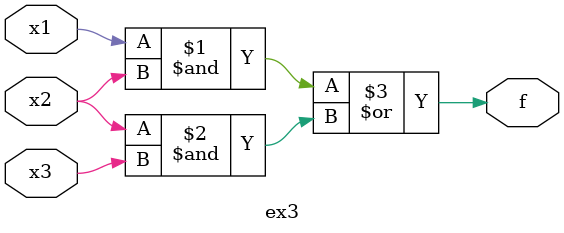
<source format=v>
module ex3(x1,x2,x3,f);
input x1,x2,x3;
output f;
assign f=(x1 & x2) | (x2 & x3);
endmodule



</source>
